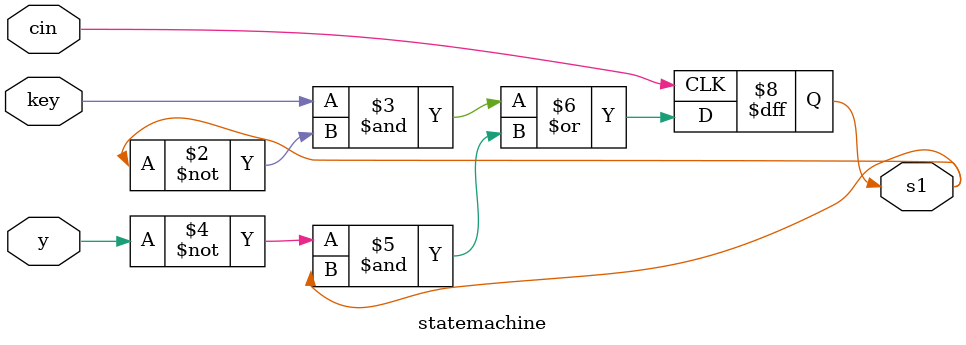
<source format=v>
module statemachine(key, cin , y , s1);
	input key, cin, y;
	output reg s1;
	
	
	reg a;
	reg b;
	
	
	initial
		s1 = 0;
	
	
	always@(posedge cin) 
	
	begin
		a = key	& ~s1;
		b = ~y & s1;
		s1 = a | b;
	end
	
	
endmodule 
</source>
